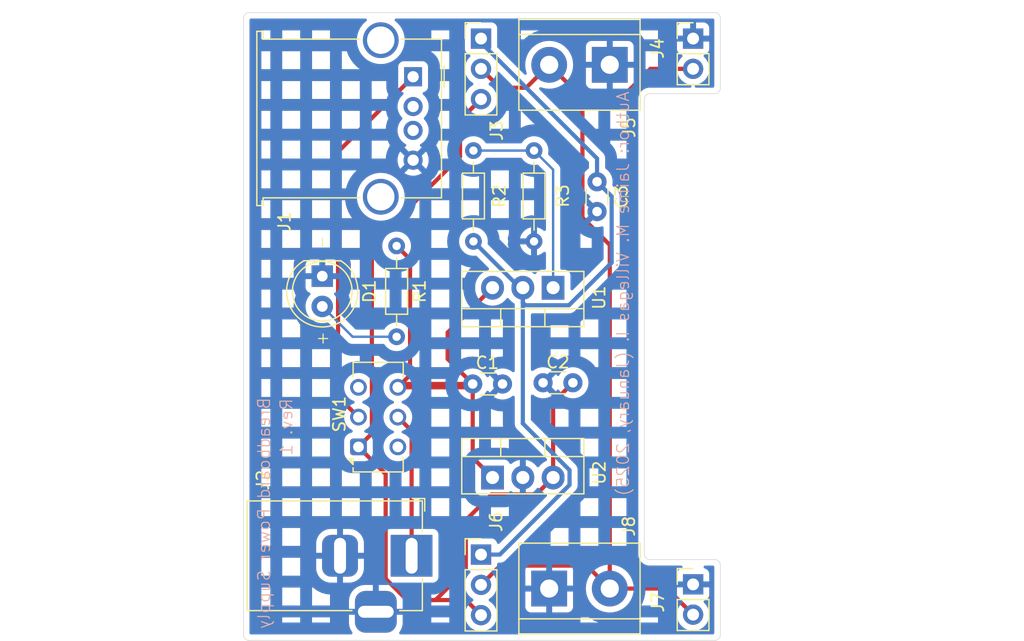
<source format=kicad_pcb>
(kicad_pcb (version 20240108) (generator "pcbnew") (generator_version "8.0")
  (title_block (title "Breadboard Power Supply") (date "2025-01-06") (rev "1") (company "Jaime M. Villegas I.") (comment 1 "3.3 V - 5 V power supply for prototyping breadboard"))
  (layers (0 "F.Cu" signal) (31 "B.Cu" signal) (34 "B.Paste" user) (35 "F.Paste" user) (36 "B.SilkS" user "B.Silkscreen") (37 "F.SilkS" user "F.Silkscreen") (38 "B.Mask" user) (39 "F.Mask" user) (44 "Edge.Cuts" user))
  (net 0 "")
  (net 1 "/12V")
  (net 2 "GND")
  (net 3 "/5V")
  (net 4 "/3.3V")
  (net 5 "Net-(D1-A)")
  (net 6 "/PWR_IN")
  (net 7 "/PWR_OUT")
  (net 8 "Net-(U1-ADJ)")
  (net 9 "/USB_IN")
  (footprint "LED_THT:LED_D5.0mm" (layer "F.Cu") (at 135.3104 93.5704 -90)
    (property "Reference" "D1" (at 1.27 -3.96 90) (layer "F.SilkS"))
    (property "Value" "LED")
    (fp_line (start -1.29 -1.545) (end -1.29 1.545) (stroke (width 0.12)) (layer "F.SilkS"))
    (fp_arc (start 4.26 0.000048) (mid 2.071756 2.880501) (end -1.29 1.54483) (stroke (width 0.12)) (layer "F.SilkS"))
    (fp_arc (start -1.29 -1.54483) (mid 2.071756 -2.880501) (end 4.26 -0.000048) (stroke (width 0.12)) (layer "F.SilkS"))
    (fp_circle (center 1.27 0) (end 3.77 0) (stroke (width 0.12)) (fill none) (layer "F.SilkS"))
    (pad "1" thru_hole rect (at 0 0 270) (size 1.8 1.8) (drill 0.9) (layers "*.Cu" "*.Mask") (net 2 "GND"))
    (pad "2" thru_hole circle (at 2.54 0 270) (size 1.8 1.8) (drill 0.9) (layers "*.Cu" "*.Mask") (net 5 "Net-(D1-A)"))
  )
  (footprint "Resistor_THT:R_Axial_DIN0204_L3.6mm_D1.6mm_P7.62mm_Horizontal" (layer "F.Cu") (at 147.985 90.6544 90)
    (property "Reference" "R2" (at 3.7864 2.1798 90) (layer "F.SilkS"))
    (property "Value" "330")
    (fp_line (start 5.73 -0.92) (end 1.89 -0.92) (stroke (width 0.12)) (layer "F.SilkS"))
    (fp_line (start 1.89 -0.92) (end 1.89 0.92) (stroke (width 0.12)) (layer "F.SilkS"))
    (fp_line (start 6.68 0) (end 5.73 0) (stroke (width 0.12)) (layer "F.SilkS"))
    (fp_line (start 0.94 0) (end 1.89 0) (stroke (width 0.12)) (layer "F.SilkS"))
    (fp_line (start 5.73 0.92) (end 5.73 -0.92) (stroke (width 0.12)) (layer "F.SilkS"))
    (fp_line (start 1.89 0.92) (end 5.73 0.92) (stroke (width 0.12)) (layer "F.SilkS"))
    (pad "1" thru_hole circle (at 0 0 90) (size 1.4 1.4) (drill 0.7) (layers "*.Cu" "*.Mask") (net 4 "/3.3V"))
    (pad "2" thru_hole oval (at 7.62 0 90) (size 1.4 1.4) (drill 0.7) (layers "*.Cu" "*.Mask") (net 8 "Net-(U1-ADJ)"))
  )
  (footprint "Connector_PinHeader_2.54mm:PinHeader_1x03_P2.54mm_Vertical" (layer "F.Cu") (at 148.62 116.9326)
    (property "Reference" "J6" (at 1.2654 -2.7596 90) (layer "F.SilkS"))
    (property "Value" "Conn_01x03_Pin")
    (fp_line (start -1.33 -1.33) (end 0 -1.33) (stroke (width 0.12)) (layer "F.SilkS"))
    (fp_line (start -1.33 0) (end -1.33 -1.33) (stroke (width 0.12)) (layer "F.SilkS"))
    (fp_line (start -1.33 1.27) (end -1.33 6.41) (stroke (width 0.12)) (layer "F.SilkS"))
    (fp_line (start -1.33 1.27) (end 1.33 1.27) (stroke (width 0.12)) (layer "F.SilkS"))
    (fp_line (start -1.33 6.41) (end 1.33 6.41) (stroke (width 0.12)) (layer "F.SilkS"))
    (fp_line (start 1.33 1.27) (end 1.33 6.41) (stroke (width 0.12)) (layer "F.SilkS"))
    (pad "1" thru_hole rect (at 0 0) (size 1.7 1.7) (drill 1) (layers "*.Cu" "*.Mask") (net 4 "/3.3V"))
    (pad "2" thru_hole oval (at 0 2.54) (size 1.7 1.7) (drill 1) (layers "*.Cu" "*.Mask") (net 7 "/PWR_OUT"))
    (pad "3" thru_hole oval (at 0 5.08) (size 1.7 1.7) (drill 1) (layers "*.Cu" "*.Mask") (net 3 "/5V"))
  )
  (footprint "Connector_USB:USB_A_Molex_67643_Horizontal" (layer "F.Cu") (at 142.9264 76.8402 -90)
    (property "Reference" "J1" (at 12.17 10.7872 -90) (layer "F.SilkS"))
    (property "Value" "USB_A")
    (fp_line (start -3.81 13.1) (end 10.81 13.1) (stroke (width 0.12)) (layer "F.SilkS"))
    (fp_line (start 10.81 13.1) (end 10.81 12.58) (stroke (width 0.12)) (layer "F.SilkS"))
    (fp_line (start -3.81 12.58) (end -3.81 13.1) (stroke (width 0.12)) (layer "F.SilkS"))
    (fp_line (start -3.16 12.58) (end -3.81 12.58) (stroke (width 0.12)) (layer "F.SilkS"))
    (fp_line (start -3.16 12.58) (end -3.16 4.47) (stroke (width 0.12)) (layer "F.SilkS"))
    (fp_line (start 10.81 12.58) (end 10.16 12.58) (stroke (width 0.12)) (layer "F.SilkS"))
    (fp_line (start 10.16 4.47) (end 10.16 12.58) (stroke (width 0.12)) (layer "F.SilkS"))
    (fp_line (start -3.16 -2.38) (end -3.16 0.95) (stroke (width 0.12)) (layer "F.SilkS"))
    (fp_line (start -3.16 -2.38) (end 10.16 -2.38) (stroke (width 0.12)) (layer "F.SilkS"))
    (fp_line (start 10.16 -2.38) (end 10.16 0.95) (stroke (width 0.12)) (layer "F.SilkS"))
    (fp_line (start -0.9 -2.6) (end 0.9 -2.6) (stroke (width 0.12)) (layer "F.SilkS"))
    (pad "1" thru_hole rect (at 0 0 270) (size 1.6 1.5) (drill 0.95) (layers "*.Cu" "*.Mask") (net 9 "/USB_IN"))
    (pad "2" thru_hole circle (at 2.5 0 270) (size 1.6 1.6) (drill 0.95) (layers "*.Cu" "*.Mask"))
    (pad "3" thru_hole circle (at 4.5 0 270) (size 1.6 1.6) (drill 0.95) (layers "*.Cu" "*.Mask"))
    (pad "4" thru_hole circle (at 7 0 270) (size 1.6 1.6) (drill 0.95) (layers "*.Cu" "*.Mask") (net 2 "GND"))
    (pad "5" thru_hole circle (at -3.07 2.71 270) (size 3 3) (drill 2.3) (layers "*.Cu" "*.Mask"))
    (pad "5" thru_hole circle (at 10.07 2.71 270) (size 3 3) (drill 2.3) (layers "*.Cu" "*.Mask"))
  )
  (footprint "Package_TO_SOT_THT:TO-220-3_Vertical" (layer "F.Cu") (at 154.6652 94.5406 180)
    (property "Reference" "U1" (at -3.8562 -0.8364 90) (layer "F.SilkS"))
    (property "Value" "LM317_TO-220")
    (fp_line (start 7.66 -3.27) (end 7.66 1.371) (stroke (width 0.12)) (layer "F.SilkS"))
    (fp_line (start 4.391 -3.27) (end 4.391 -1.76) (stroke (width 0.12)) (layer "F.SilkS"))
    (fp_line (start 0.69 -3.27) (end 0.69 -1.76) (stroke (width 0.12)) (layer "F.SilkS"))
    (fp_line (start -2.58 1.371) (end 7.66 1.371) (stroke (width 0.12)) (layer "F.SilkS"))
    (fp_line (start -2.58 -1.76) (end 7.66 -1.76) (stroke (width 0.12)) (layer "F.SilkS"))
    (fp_line (start -2.58 -3.27) (end 7.66 -3.27) (stroke (width 0.12)) (layer "F.SilkS"))
    (fp_line (start -2.58 -3.27) (end -2.58 1.371) (stroke (width 0.12)) (layer "F.SilkS"))
    (pad "1" thru_hole rect (at 0 0 180) (size 1.905 2) (drill 1.1) (layers "*.Cu" "*.Mask") (net 8 "Net-(U1-ADJ)"))
    (pad "2" thru_hole oval (at 2.54 0 180) (size 1.905 2) (drill 1.1) (layers "*.Cu" "*.Mask") (net 4 "/3.3V"))
    (pad "3" thru_hole oval (at 5.08 0 180) (size 1.905 2) (drill 1.1) (layers "*.Cu" "*.Mask") (net 1 "/12V"))
  )
  (footprint "Package_TO_SOT_THT:TO-220-3_Vertical" (layer "F.Cu") (at 149.5852 110.4664)
    (property "Reference" "U2" (at 8.9616 -0.4082 90) (layer "F.SilkS"))
    (property "Value" "LM7805_TO220")
    (fp_line (start -2.58 -3.27) (end -2.58 1.371) (stroke (width 0.12)) (layer "F.SilkS"))
    (fp_line (start -2.58 -3.27) (end 7.66 -3.27) (stroke (width 0.12)) (layer "F.SilkS"))
    (fp_line (start -2.58 -1.76) (end 7.66 -1.76) (stroke (width 0.12)) (layer "F.SilkS"))
    (fp_line (start -2.58 1.371) (end 7.66 1.371) (stroke (width 0.12)) (layer "F.SilkS"))
    (fp_line (start 0.69 -3.27) (end 0.69 -1.76) (stroke (width 0.12)) (layer "F.SilkS"))
    (fp_line (start 4.391 -3.27) (end 4.391 -1.76) (stroke (width 0.12)) (layer "F.SilkS"))
    (fp_line (start 7.66 -3.27) (end 7.66 1.371) (stroke (width 0.12)) (layer "F.SilkS"))
    (pad "1" thru_hole rect (at 0 0) (size 1.905 2) (drill 1.1) (layers "*.Cu" "*.Mask") (net 1 "/12V"))
    (pad "2" thru_hole oval (at 2.54 0) (size 1.905 2) (drill 1.1) (layers "*.Cu" "*.Mask") (net 2 "GND"))
    (pad "3" thru_hole oval (at 5.08 0) (size 1.905 2) (drill 1.1) (layers "*.Cu" "*.Mask") (net 3 "/5V"))
  )
  (footprint "Capacitor_THT:C_Disc_D3.0mm_W1.6mm_P2.50mm" (layer "F.Cu") (at 158.3482 85.6506 -90)
    (property "Reference" "C3" (at 1.25 -2.05 90) (layer "F.SilkS"))
    (property "Value" "1u")
    (fp_line (start 0.621 0.92) (end 1.879 0.92) (stroke (width 0.12)) (layer "F.SilkS"))
    (fp_line (start 0.621 -0.92) (end 1.879 -0.92) (stroke (width 0.12)) (layer "F.SilkS"))
    (pad "1" thru_hole circle (at 0 0 270) (size 1.6 1.6) (drill 0.8) (layers "*.Cu" "*.Mask") (net 4 "/3.3V"))
    (pad "2" thru_hole circle (at 2.5 0 270) (size 1.6 1.6) (drill 0.8) (layers "*.Cu" "*.Mask") (net 2 "GND"))
  )
  (footprint "Resistor_THT:R_Axial_DIN0204_L3.6mm_D1.6mm_P7.62mm_Horizontal" (layer "F.Cu") (at 141.5454 91.0354 -90)
    (property "Reference" "R1" (at 3.81 -1.92 90) (layer "F.SilkS"))
    (property "Value" "330")
    (fp_line (start 1.89 0.92) (end 5.73 0.92) (stroke (width 0.12)) (layer "F.SilkS"))
    (fp_line (start 5.73 0.92) (end 5.73 -0.92) (stroke (width 0.12)) (layer "F.SilkS"))
    (fp_line (start 0.94 0) (end 1.89 0) (stroke (width 0.12)) (layer "F.SilkS"))
    (fp_line (start 6.68 0) (end 5.73 0) (stroke (width 0.12)) (layer "F.SilkS"))
    (fp_line (start 1.89 -0.92) (end 1.89 0.92) (stroke (width 0.12)) (layer "F.SilkS"))
    (fp_line (start 5.73 -0.92) (end 1.89 -0.92) (stroke (width 0.12)) (layer "F.SilkS"))
    (pad "1" thru_hole circle (at 0 0 270) (size 1.4 1.4) (drill 0.7) (layers "*.Cu" "*.Mask") (net 1 "/12V"))
    (pad "2" thru_hole oval (at 7.62 0 270) (size 1.4 1.4) (drill 0.7) (layers "*.Cu" "*.Mask") (net 5 "Net-(D1-A)"))
  )
  (footprint "Button_Switch_THT:SW_CK_JS202011CQN_DPDT_Straight" (layer "F.Cu") (at 138.3454 107.8972 90)
    (property "Reference" "SW1" (at 2.75 -1.6 90) (layer "F.SilkS"))
    (property "Value" "SW_DPDT_x2")
    (fp_line (start 7.1 -0.45) (end 7.1 3.75) (stroke (width 0.12)) (layer "F.SilkS"))
    (fp_line (start 5.9 -0.45) (end 7.1 -0.45) (stroke (width 0.12)) (layer "F.SilkS"))
    (fp_line (start -1.75 -0.45) (end -2.1 -0.45) (stroke (width 0.12)) (layer "F.SilkS"))
    (fp_line (start -2.1 -0.45) (end -2.1 3.75) (stroke (width 0.12)) (layer "F.SilkS"))
    (fp_line (start 7.1 3.75) (end 5.9 3.75) (stroke (width 0.12)) (layer "F.SilkS"))
    (fp_line (start -2.1 3.75) (end -0.9 3.75) (stroke (width 0.12)) (layer "F.SilkS"))
    (fp_poly (pts (xy -1 -0.45) (xy -1.48 -0.45) (xy -1 -0.93) (xy -1 -0.45)) (stroke (width 0.12)) (fill solid) (layer "F.SilkS"))
    (pad "1" thru_hole roundrect (at 0 0 90) (size 1.4 1.4) (drill 0.9) (layers "*.Cu" "*.Mask") (roundrect_rratio 0.1785714286) (net 3 "/5V"))
    (pad "2" thru_hole circle (at 2.5 0 90) (size 1.4 1.4) (drill 0.9) (layers "*.Cu" "*.Mask") (net 9 "/USB_IN"))
    (pad "3" thru_hole circle (at 5 0 90) (size 1.4 1.4) (drill 0.9) (layers "*.Cu" "*.Mask"))
    (pad "4" thru_hole circle (at 5 3.3 90) (size 1.4 1.4) (drill 0.9) (layers "*.Cu" "*.Mask") (net 1 "/12V"))
    (pad "5" thru_hole circle (at 2.5 3.3 90) (size 1.4 1.4) (drill 0.9) (layers "*.Cu" "*.Mask") (net 6 "/PWR_IN"))
    (pad "6" thru_hole circle (at 0 3.3 90) (size 1.4 1.4) (drill 0.9) (layers "*.Cu" "*.Mask"))
  )
  (footprint "TerminalBlock:TerminalBlock_bornier-2_P5.08mm" (layer "F.Cu") (at 154.335 119.7826)
    (property "Reference" "J8" (at 6.6756 -5.2286 90) (layer "F.SilkS"))
    (property "Value" "Screw_Terminal_01x02")
    (fp_line (start -2.54 -3.81) (end -2.54 3.81) (stroke (width 0.12)) (layer "F.SilkS"))
    (fp_line (start -2.54 3.81) (end 7.62 3.81) (stroke (width 0.12)) (layer "F.SilkS"))
    (fp_line (start 7.62 -3.81) (end -2.54 -3.81) (stroke (width 0.12)) (layer "F.SilkS"))
    (fp_line (start 7.62 2.54) (end -2.54 2.54) (stroke (width 0.12)) (layer "F.SilkS"))
    (fp_line (start 7.62 3.81) (end 7.62 -3.81) (stroke (width 0.12)) (layer "F.SilkS"))
    (pad "1" thru_hole rect (at 0 0) (size 3 3) (drill 1.52) (layers "*.Cu" "*.Mask") (net 2 "GND"))
    (pad "2" thru_hole circle (at 5.08 0) (size 3 3) (drill 1.52) (layers "*.Cu" "*.Mask") (net 7 "/PWR_OUT"))
  )
  (footprint "Connector_PinHeader_2.54mm:PinHeader_1x03_P2.54mm_Vertical" (layer "F.Cu") (at 148.62 73.6364)
    (property "Reference" "J3" (at 1.3162 7.7198 90) (layer "F.SilkS"))
    (property "Value" "Conn_01x03_Pin")
    (fp_line (start -1.33 -1.33) (end 0 -1.33) (stroke (width 0.12)) (layer "F.SilkS"))
    (fp_line (start -1.33 0) (end -1.33 -1.33) (stroke (width 0.12)) (layer "F.SilkS"))
    (fp_line (start -1.33 1.27) (end -1.33 6.41) (stroke (width 0.12)) (layer "F.SilkS"))
    (fp_line (start -1.33 1.27) (end 1.33 1.27) (stroke (width 0.12)) (layer "F.SilkS"))
    (fp_line (start -1.33 6.41) (end 1.33 6.41) (stroke (width 0.12)) (layer "F.SilkS"))
    (fp_line (start 1.33 1.27) (end 1.33 6.41) (stroke (width 0.12)) (layer "F.SilkS"))
    (pad "1" thru_hole rect (at 0 0) (size 1.7 1.7) (drill 1) (layers "*.Cu" "*.Mask") (net 4 "/3.3V"))
    (pad "2" thru_hole oval (at 0 2.54) (size 1.7 1.7) (drill 1) (layers "*.Cu" "*.Mask") (net 7 "/PWR_OUT"))
    (pad "3" thru_hole oval (at 0 5.08) (size 1.7 1.7) (drill 1) (layers "*.Cu" "*.Mask") (net 3 "/5V"))
  )
  (footprint "Connector_PinHeader_2.54mm:PinHeader_1x02_P2.54mm_Vertical" (layer "F.Cu") (at 166.4 73.6364)
    (property "Reference" "J4" (at -2.9764 0.8364 90) (layer "F.SilkS"))
    (property "Value" "Conn_01x02_Pin")
    (fp_line (start -1.33 -1.33) (end 0 -1.33) (stroke (width 0.12)) (layer "F.SilkS"))
    (fp_line (start -1.33 0) (end -1.33 -1.33) (stroke (width 0.12)) (layer "F.SilkS"))
    (fp_line (start -1.33 1.27) (end -1.33 3.87) (stroke (width 0.12)) (layer "F.SilkS"))
    (fp_line (start -1.33 1.27) (end 1.33 1.27) (stroke (width 0.12)) (layer "F.SilkS"))
    (fp_line (start -1.33 3.87) (end 1.33 3.87) (stroke (width 0.12)) (layer "F.SilkS"))
    (fp_line (start 1.33 1.27) (end 1.33 3.87) (stroke (width 0.12)) (layer "F.SilkS"))
    (pad "1" thru_hole rect (at 0 0) (size 1.7 1.7) (drill 1) (layers "*.Cu" "*.Mask") (net 2 "GND"))
    (pad "2" thru_hole oval (at 0 2.54) (size 1.7 1.7) (drill 1) (layers "*.Cu" "*.Mask") (net 7 "/PWR_OUT"))
  )
  (footprint "Connector_PinHeader_2.54mm:PinHeader_1x02_P2.54mm_Vertical" (layer "F.Cu") (at 166.4 119.4326)
    (property "Reference" "J7" (at -2.951 1.4968 90) (layer "F.SilkS"))
    (property "Value" "Conn_01x02_Pin")
    (fp_line (start -1.33 -1.33) (end 0 -1.33) (stroke (width 0.12)) (layer "F.SilkS"))
    (fp_line (start -1.33 0) (end -1.33 -1.33) (stroke (width 0.12)) (layer "F.SilkS"))
    (fp_line (start -1.33 1.27) (end -1.33 3.87) (stroke (width 0.12)) (layer "F.SilkS"))
    (fp_line (start -1.33 1.27) (end 1.33 1.27) (stroke (width 0.12)) (layer "F.SilkS"))
    (fp_line (start -1.33 3.87) (end 1.33 3.87) (stroke (width 0.12)) (layer "F.SilkS"))
    (fp_line (start 1.33 1.27) (end 1.33 3.87) (stroke (width 0.12)) (layer "F.SilkS"))
    (pad "1" thru_hole rect (at 0 0) (size 1.7 1.7) (drill 1) (layers "*.Cu" "*.Mask") (net 2 "GND"))
    (pad "2" thru_hole oval (at 0 2.54) (size 1.7 1.7) (drill 1) (layers "*.Cu" "*.Mask") (net 7 "/PWR_OUT"))
  )
  (footprint "Resistor_THT:R_Axial_DIN0204_L3.6mm_D1.6mm_P7.62mm_Horizontal" (layer "F.Cu") (at 153.065 83.0344 -90)
    (property "Reference" "R3" (at 3.8082 -2.4084 90) (layer "F.SilkS"))
    (property "Value" "560")
    (fp_line (start 1.89 0.92) (end 5.73 0.92) (stroke (width 0.12)) (layer "F.SilkS"))
    (fp_line (start 5.73 0.92) (end 5.73 -0.92) (stroke (width 0.12)) (layer "F.SilkS"))
    (fp_line (start 0.94 0) (end 1.89 0) (stroke (width 0.12)) (layer "F.SilkS"))
    (fp_line (start 6.68 0) (end 5.73 0) (stroke (width 0.12)) (layer "F.SilkS"))
    (fp_line (start 1.89 -0.92) (end 1.89 0.92) (stroke (width 0.12)) (layer "F.SilkS"))
    (fp_line (start 5.73 -0.92) (end 1.89 -0.92) (stroke (width 0.12)) (layer "F.SilkS"))
    (pad "1" thru_hole circle (at 0 0 270) (size 1.4 1.4) (drill 0.7) (layers "*.Cu" "*.Mask") (net 8 "Net-(U1-ADJ)"))
    (pad "2" thru_hole oval (at 7.62 0 270) (size 1.4 1.4) (drill 0.7) (layers "*.Cu" "*.Mask") (net 2 "GND"))
  )
  (footprint "TerminalBlock:TerminalBlock_bornier-2_P5.08mm" (layer "F.Cu") (at 159.415 75.8364 180)
    (property "Reference" "J5" (at -1.621 -5.2658 90) (layer "F.SilkS"))
    (property "Value" "Screw_Terminal_01x02")
    (fp_line (start 7.62 3.81) (end 7.62 -3.81) (stroke (width 0.12)) (layer "F.SilkS"))
    (fp_line (start 7.62 2.54) (end -2.54 2.54) (stroke (width 0.12)) (layer "F.SilkS"))
    (fp_line (start 7.62 -3.81) (end -2.54 -3.81) (stroke (width 0.12)) (layer "F.SilkS"))
    (fp_line (start -2.54 3.81) (end 7.62 3.81) (stroke (width 0.12)) (layer "F.SilkS"))
    (fp_line (start -2.54 -3.81) (end -2.54 3.81) (stroke (width 0.12)) (layer "F.SilkS"))
    (pad "1" thru_hole rect (at 0 0 180) (size 3 3) (drill 1.52) (layers "*.Cu" "*.Mask") (net 2 "GND"))
    (pad "2" thru_hole circle (at 5.08 0 180) (size 3 3) (drill 1.52) (layers "*.Cu" "*.Mask") (net 7 "/PWR_OUT"))
  )
  (footprint "Connector_BarrelJack:BarrelJack_Horizontal" (layer "F.Cu") (at 142.8006 117.0326)
    (property "Reference" "J2" (at -12.4732 -6.3394 90) (layer "F.SilkS"))
    (property "Value" "Barrel_Jack_Switch")
    (fp_line (start -13.8 -4.6) (end 0.9 -4.6) (stroke (width 0.12)) (layer "F.SilkS"))
    (fp_line (start -13.8 4.6) (end -13.8 -4.6) (stroke (width 0.12)) (layer "F.SilkS"))
    (fp_line (start -5 4.6) (end -13.8 4.6) (stroke (width 0.12)) (layer "F.SilkS"))
    (fp_line (start 0.05 -4.8) (end 1.1 -4.8) (stroke (width 0.12)) (layer "F.SilkS"))
    (fp_line (start 0.9 -4.6) (end 0.9 -2) (stroke (width 0.12)) (layer "F.SilkS"))
    (fp_line (start 0.9 1.9) (end 0.9 4.6) (stroke (width 0.12)) (layer "F.SilkS"))
    (fp_line (start 0.9 4.6) (end -1 4.6) (stroke (width 0.12)) (layer "F.SilkS"))
    (fp_line (start 1.1 -3.75) (end 1.1 -4.8) (stroke (width 0.12)) (layer "F.SilkS"))
    (pad "1" thru_hole rect (at 0 0) (size 3.5 3.5) (drill oval 1 3) (layers "*.Cu" "*.Mask") (net 6 "/PWR_IN"))
    (pad "2" thru_hole roundrect (at -6 0) (size 3 3.5) (drill oval 1 3) (layers "*.Cu" "*.Mask") (net 2 "GND"))
    (pad "3" thru_hole roundrect (at -3 4.7) (size 3.5 3.5) (drill oval 3 1) (layers "*.Cu" "*.Mask") (net 2 "GND"))
  )
  (footprint "Capacitor_THT:C_Disc_D3.0mm_W1.6mm_P2.50mm" (layer "F.Cu") (at 147.9234 102.6178)
    (property "Reference" "C1" (at 1.2254 -1.7798 0) (layer "F.SilkS"))
    (property "Value" "10u")
    (fp_line (start 0.621 -0.92) (end 1.879 -0.92) (stroke (width 0.12)) (layer "F.SilkS"))
    (fp_line (start 0.621 0.92) (end 1.879 0.92) (stroke (width 0.12)) (layer "F.SilkS"))
    (pad "1" thru_hole circle (at 0 0) (size 1.6 1.6) (drill 0.8) (layers "*.Cu" "*.Mask") (net 1 "/12V"))
    (pad "2" thru_hole circle (at 2.5 0) (size 1.6 1.6) (drill 0.8) (layers "*.Cu" "*.Mask") (net 2 "GND"))
  )
  (footprint "Capacitor_THT:C_Disc_D3.0mm_W1.6mm_P2.50mm" (layer "F.Cu") (at 156.3234 102.5162 180)
    (property "Reference" "C2" (at 1.2564 1.729 0) (layer "F.SilkS"))
    (property "Value" "0.1u")
    (fp_line (start 0.621 0.92) (end 1.879 0.92) (stroke (width 0.12)) (layer "F.SilkS"))
    (fp_line (start 0.621 -0.92) (end 1.879 -0.92) (stroke (width 0.12)) (layer "F.SilkS"))
    (pad "1" thru_hole circle (at 0 0 180) (size 1.6 1.6) (drill 0.8) (layers "*.Cu" "*.Mask") (net 3 "/5V"))
    (pad "2" thru_hole circle (at 2.5 0 180) (size 1.6 1.6) (drill 0.8) (layers "*.Cu" "*.Mask") (net 2 "GND"))
  )
  (gr_line (start 168.1988 71.452) (end 129.1636 71.452) (stroke (width 0.05)) (layer "Edge.Cuts"))
  (gr_arc (start 129.1636 124.1316) (mid 128.840311 123.997689) (end 128.7064 123.6744) (stroke (width 0.05)) (layer "Edge.Cuts"))
  (gr_arc (start 168.1988 71.452001) (mid 168.537607 71.576025) (end 168.680307 71.9074) (stroke (width 0.05)) (layer "Edge.Cuts"))
  (gr_line (start 168.1988 117.3498) (end 162.7678 117.3498) (stroke (width 0.05)) (layer "Edge.Cuts"))
  (gr_arc (start 162.7678 117.3498) (mid 162.444511 117.215889) (end 162.3106 116.8926) (stroke (width 0.05)) (layer "Edge.Cuts"))
  (gr_line (start 168.6814 77.8002) (end 168.6814 71.9074) (stroke (width 0.05)) (layer "Edge.Cuts"))
  (gr_line (start 162.7678 78.2592) (end 168.2242 78.2592) (stroke (width 0.05)) (layer "Edge.Cuts"))
  (gr_arc (start 168.1988 117.349801) (mid 168.546681 117.482648) (end 168.679605 117.8305) (stroke (width 0.05)) (layer "Edge.Cuts"))
  (gr_arc (start 168.6832 77.8002) (mid 168.548762 78.124762) (end 168.2242 78.2592) (stroke (width 0.05)) (layer "Edge.Cuts"))
  (gr_arc (start 162.3106 78.7164) (mid 162.444511 78.393111) (end 162.7678 78.2592) (stroke (width 0.05)) (layer "Edge.Cuts"))
  (gr_line (start 162.3106 116.8926) (end 162.3106 78.7164) (stroke (width 0.05)) (layer "Edge.Cuts"))
  (gr_arc (start 128.7064 71.9092) (mid 128.840311 71.585911) (end 129.1636 71.452) (stroke (width 0.05)) (layer "Edge.Cuts"))
  (gr_line (start 129.1636 124.1316) (end 168.2242 124.1298) (stroke (width 0.05)) (layer "Edge.Cuts"))
  (gr_arc (start 168.6814 123.6726) (mid 168.547489 123.995889) (end 168.2242 124.1298) (stroke (width 0.05)) (layer "Edge.Cuts"))
  (gr_line (start 128.7064 71.9092) (end 128.7064 123.6744) (stroke (width 0.05)) (layer "Edge.Cuts"))
  (gr_line (start 168.6814 123.6726) (end 168.6814 117.8306) (stroke (width 0.05)) (layer "Edge.Cuts"))
  (gr_text "Author: Jaime M. Villegas I. (January, 2025)" (at 161.1122 78.0034 90) (layer "B.SilkS") (effects (font (size 1 1) (thickness 0.1)) (justify left bottom mirror)))
  (gr_text "Rev. 1" (at 132.8928 103.759 90) (layer "B.SilkS") (effects (font (size 1 1) (thickness 0.1)) (justify left bottom mirror)))
  (gr_text "Breadboard Power Supply" (at 131.0132 103.6828 90) (layer "B.SilkS") (effects (font (size 1 1) (thickness 0.1)) (justify left bottom mirror)))
  (gr_text "-" (at 135.8392 91.44 90) (layer "F.SilkS") (effects (font (size 1 1) (thickness 0.1)) (justify left bottom)))
  (gr_text "+" (at 134.6962 99.314 0) (layer "F.SilkS") (effects (font (size 1 1) (thickness 0.1)) (justify left bottom)))
  (segment (start 145.8214 100.5158) (end 147.9234 102.6178) (width 0.35) (layer "F.Cu") (net 1))
  (segment (start 147.9234 102.6178) (end 147.644 102.8972) (width 0.35) (layer "F.Cu") (net 1))
  (segment (start 141.9248 102.6178) (end 141.6454 102.8972) (width 0.35) (layer "F.Cu") (net 1))
  (segment (start 147.9234 108.8046) (end 149.5852 110.4664) (width 0.35) (layer "F.Cu") (net 1))
  (segment (start 147.9234 102.6178) (end 141.9248 102.6178) (width 0.35) (layer "F.Cu") (net 1))
  (segment (start 142.6704 92.1604) (end 141.5454 91.0354) (width 0.35) (layer "F.Cu") (net 1))
  (segment (start 145.8214 98.3044) (end 145.8214 100.5158) (width 0.35) (layer "F.Cu") (net 1))
  (segment (start 141.6454 102.8972) (end 142.6704 101.8722) (width 0.35) (layer "F.Cu") (net 1))
  (segment (start 147.9234 102.6178) (end 147.9234 108.8046) (width 0.35) (layer "F.Cu") (net 1))
  (segment (start 147.644 102.8972) (end 141.6454 102.8972) (width 0.35) (layer "F.Cu") (net 1))
  (segment (start 149.5852 94.5406) (end 145.8214 98.3044) (width 0.35) (layer "F.Cu") (net 1))
  (segment (start 142.6704 101.8722) (end 142.6704 92.1604) (width 0.35) (layer "F.Cu") (net 1))
  (segment (start 138.3454 107.8972) (end 139.4704 106.7722) (width 0.35) (layer "F.Cu") (net 3))
  (segment (start 154.6652 104.1744) (end 156.3234 102.5162) (width 0.35) (layer "F.Cu") (net 3))
  (segment (start 139.4704 106.7722) (end 139.4704 90.933) (width 0.35) (layer "F.Cu") (net 3))
  (segment (start 154.6652 110.4664) (end 154.6652 104.1744) (width 0.35) (layer "F.Cu") (net 3))
  (segment (start 146.86 80.4764) (end 148.62 78.7164) (width 0.35) (layer "F.Cu") (net 3))
  (segment (start 142.411376 120.7476) (end 143.5354 120.7476) (width 0.35) (layer "F.Cu") (net 3))
  (segment (start 138.3454 107.8972) (end 140.6256 110.1774) (width 0.35) (layer "F.Cu") (net 3))
  (segment (start 143.5354 120.7476) (end 144.805 120.7476) (width 0.35) (layer "F.Cu") (net 3))
  (segment (start 146.86 83.5434) (end 146.86 80.4764) (width 0.35) (layer "F.Cu") (net 3))
  (segment (start 147.345 118.2076) (end 147.345 114.0464) (width 0.35) (layer "F.Cu") (net 3))
  (segment (start 147.355 120.7476) (end 143.5354 120.7476) (width 0.35) (layer "F.Cu") (net 3))
  (segment (start 139.4704 90.933) (end 146.86 83.5434) (width 0.35) (layer "F.Cu") (net 3))
  (segment (start 153.2402 111.8914) (end 154.6652 110.4664) (width 0.35) (layer "F.Cu") (net 3))
  (segment (start 149.5 111.8914) (end 153.2402 111.8914) (width 0.35) (layer "F.Cu") (net 3))
  (segment (start 140.6256 110.1774) (end 140.6256 118.961824) (width 0.35) (layer "F.Cu") (net 3))
  (segment (start 147.345 114.0464) (end 149.5 111.8914) (width 0.35) (layer "F.Cu") (net 3))
  (segment (start 144.805 120.7476) (end 147.345 118.2076) (width 0.35) (layer "F.Cu") (net 3))
  (segment (start 148.62 122.0126) (end 147.355 120.7476) (width 0.35) (layer "F.Cu") (net 3))
  (segment (start 140.6256 118.961824) (end 142.411376 120.7476) (width 0.35) (layer "F.Cu") (net 3))
  (segment (start 152.3416 96.012) (end 152.1252 95.7956) (width 0.35) (layer "B.Cu") (net 4))
  (segment (start 156.0427 111.084479) (end 150.194579 116.9326) (width 0.35) (layer "B.Cu") (net 4))
  (segment (start 159.5732 92.4351) (end 155.9963 96.012) (width 0.35) (layer "B.Cu") (net 4))
  (segment (start 156.0427 109.848321) (end 156.0427 111.084479) (width 0.35) (layer "B.Cu") (net 4))
  (segment (start 151.8712 94.5406) (end 147.985 90.6544) (width 0.35) (layer "B.Cu") (net 4))
  (segment (start 159.5732 86.8756) (end 159.5732 92.4351) (width 0.35) (layer "B.Cu") (net 4))
  (segment (start 152.1252 94.5406) (end 152.1252 105.930821) (width 0.35) (layer "B.Cu") (net 4))
  (segment (start 158.3482 85.6506) (end 159.5732 86.8756) (width 0.35) (layer "B.Cu") (net 4))
  (segment (start 152.1252 94.5406) (end 151.8712 94.5406) (width 0.35) (layer "B.Cu") (net 4))
  (segment (start 148.62 73.6364) (end 148.62 73.9714) (width 0.35) (layer "B.Cu") (net 4))
  (segment (start 155.9963 96.012) (end 152.3416 96.012) (width 0.35) (layer "B.Cu") (net 4))
  (segment (start 152.1252 95.7956) (end 152.1252 94.5406) (width 0.35) (layer "B.Cu") (net 4))
  (segment (start 150.194579 116.9326) (end 148.62 116.9326) (width 0.35) (layer "B.Cu") (net 4))
  (segment (start 158.3482 83.6996) (end 158.3482 85.6506) (width 0.35) (layer "B.Cu") (net 4))
  (segment (start 148.62 73.9714) (end 158.3482 83.6996) (width 0.35) (layer "B.Cu") (net 4))
  (segment (start 152.1252 105.930821) (end 156.0427 109.848321) (width 0.35) (layer "B.Cu") (net 4))
  (segment (start 137.8554 98.6554) (end 141.5454 98.6554) (width 0.2) (layer "B.Cu") (net 5))
  (segment (start 135.3104 96.1104) (end 137.8554 98.6554) (width 0.2) (layer "B.Cu") (net 5))
  (segment (start 142.8006 117.0326) (end 142.8006 106.5524) (width 0.35) (layer "F.Cu") (net 6))
  (segment (start 142.8006 106.5524) (end 141.6454 105.3972) (width 0.35) (layer "F.Cu") (net 6))
  (segment (start 157.49 117.8576) (end 159.415 119.7826) (width 0.35) (layer "F.Cu") (net 7))
  (segment (start 152.41 77.7614) (end 154.335 75.8364) (width 0.35) (layer "F.Cu") (net 7))
  (segment (start 166.4 76.1764) (end 162.825 76.1764) (width 0.35) (layer "F.Cu") (net 7))
  (segment (start 159.415 119.7826) (end 159.415 90.949812) (width 0.35) (layer "F.Cu") (net 7))
  (segment (start 164.21 119.7826) (end 166.4 121.9726) (width 0.35) (layer "F.Cu") (net 7))
  (segment (start 166.06 75.8364) (end 166.4 76.1764) (width 0.35) (layer "F.Cu") (net 7))
  (segment (start 159.415 119.7826) (end 164.21 119.7826) (width 0.35) (layer "F.Cu") (net 7))
  (segment (start 148.62 119.4726) (end 150.235 117.8576) (width 0.35) (layer "F.Cu") (net 7))
  (segment (start 150.205 77.7614) (end 152.41 77.7614) (width 0.35) (layer "F.Cu") (net 7))
  (segment (start 157.1232 78.6246) (end 154.335 75.8364) (width 0.35) (layer "F.Cu") (net 7))
  (segment (start 148.62 76.1764) (end 150.205 77.7614) (width 0.35) (layer "F.Cu") (net 7))
  (segment (start 159.415 90.949812) (end 157.1232 88.658012) (width 0.35) (layer "F.Cu") (net 7))
  (segment (start 160.3768 78.6246) (end 157.1232 78.6246) (width 0.35) (layer "F.Cu") (net 7))
  (segment (start 157.1232 88.658012) (end 157.1232 78.6246) (width 0.35) (layer "F.Cu") (net 7))
  (segment (start 162.825 76.1764) (end 160.3768 78.6246) (width 0.35) (layer "F.Cu") (net 7))
  (segment (start 150.235 117.8576) (end 157.49 117.8576) (width 0.35) (layer "F.Cu") (net 7))
  (segment (start 154.6652 94.5406) (end 154.6652 84.6346) (width 0.2) (layer "B.Cu") (net 8))
  (segment (start 154.6652 84.6346) (end 153.065 83.0344) (width 0.2) (layer "B.Cu") (net 8))
  (segment (start 147.985 83.0344) (end 153.065 83.0344) (width 0.2) (layer "B.Cu") (net 8))
  (segment (start 136.6354 83.1312) (end 136.6354 103.6872) (width 0.35) (layer "F.Cu") (net 9))
  (segment (start 136.6354 103.6872) (end 138.3454 105.3972) (width 0.35) (layer "F.Cu") (net 9))
  (segment (start 142.9264 76.8402) (end 136.6354 83.1312) (width 0.35) (layer "F.Cu") (net 9))
  (zone (net 2) (net_name "GND") (layer "B.Cu") (connect_pads (clearance 0.5)) (min_thickness 0.25) (fill yes (mode hatch) (thermal_gap 0.5) (thermal_bridge_width 0.5) (hatch_thickness 1) (hatch_gap 1.5) (hatch_orientation 0) (hatch_border_algorithm hatch_thickness) (hatch_min_hole_area 0.3))
    (polygon (pts (xy 168.5798 71.8566) (xy 167.9194 71.501) (xy 129.0828 71.501) (xy 128.7526 71.8058) (xy 128.7526 123.7742) (xy 129.1082 124.079) (xy 167.9702 124.079) (xy 168.5798 123.7996) (xy 168.5798 117.6782) (xy 168.0718 117.4242) (xy 167.894 117.3988) (xy 162.687 117.3988) (xy 162.433 117.2718) (xy 162.2552 117.0432) (xy 162.2552 78.613) (xy 162.3822 78.3844) (xy 162.6616 78.2066) (xy 167.9448 78.2066) (xy 168.1226 78.1304) (xy 168.5798 77.9526)))
  )
)
</source>
